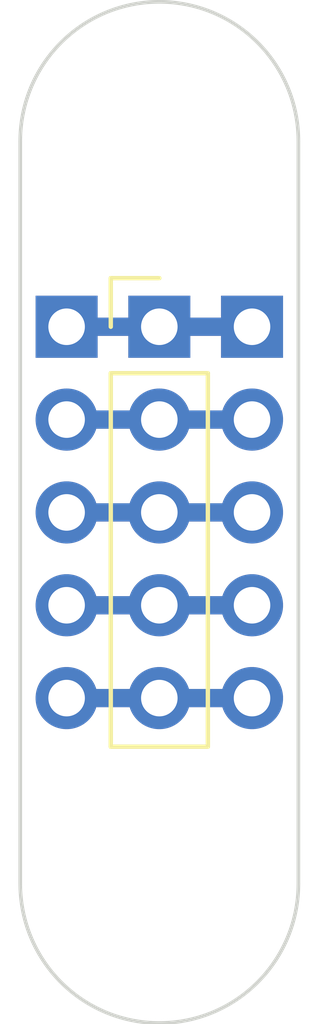
<source format=kicad_pcb>
(kicad_pcb (version 20221018) (generator pcbnew)
  (layers (0 "F.Cu" signal) (31 "B.Cu" signal) (34 "B.Paste" user) (35 "F.Paste" user) (36 "B.SilkS" user "B.Silkscreen") (37 "F.SilkS" user "F.Silkscreen") (38 "B.Mask" user) (39 "F.Mask" user) (44 "Edge.Cuts" user))
  (net 0 "")
  (net 1 "Net-(J1-Pin_1)")
  (net 2 "Net-(J1-Pin_2)")
  (net 3 "Net-(J1-Pin_3)")
  (net 4 "Net-(J1-Pin_4)")
  (net 5 "Net-(J1-Pin_5)")
  (footprint "Connector_PinHeader_2.54mm:PinHeader_1x05_P2.54mm_Vertical" (layer "F.Cu") (at 162.56 83.82)
    (fp_text reference "J2" hide)
    (fp_text value "Conn_01x05_Pin" hide)
    (fp_line (start -1.33 -1.33) (end 0 -1.33) (stroke (width 0.12)) (layer "F.SilkS"))
    (fp_line (start -1.33 0) (end -1.33 -1.33) (stroke (width 0.12)) (layer "F.SilkS"))
    (fp_line (start -1.33 1.27) (end -1.33 11.49) (stroke (width 0.12)) (layer "F.SilkS"))
    (fp_line (start -1.33 1.27) (end 1.33 1.27) (stroke (width 0.12)) (layer "F.SilkS"))
    (fp_line (start -1.33 11.49) (end 1.33 11.49) (stroke (width 0.12)) (layer "F.SilkS"))
    (fp_line (start 1.33 1.27) (end 1.33 11.49) (stroke (width 0.12)) (layer "F.SilkS"))
    (pad "1" thru_hole rect (at 0 0) (size 1.7 1.7) (drill 1) (layers "*.Cu" "*.Mask") (net 1 "Net-(J1-Pin_1)"))
    (pad "2" thru_hole oval (at 0 2.54) (size 1.7 1.7) (drill 1) (layers "*.Cu" "*.Mask") (net 2 "Net-(J1-Pin_2)"))
    (pad "3" thru_hole oval (at 0 5.08) (size 1.7 1.7) (drill 1) (layers "*.Cu" "*.Mask") (net 3 "Net-(J1-Pin_3)"))
    (pad "4" thru_hole oval (at 0 7.62) (size 1.7 1.7) (drill 1) (layers "*.Cu" "*.Mask") (net 4 "Net-(J1-Pin_4)"))
    (pad "5" thru_hole oval (at 0 10.16) (size 1.7 1.7) (drill 1) (layers "*.Cu" "*.Mask") (net 5 "Net-(J1-Pin_5)"))
  )
  (footprint "MountingHole:MountingHole_3.2mm_M3" (layer "F.Cu") (at 162.56 78.74)
    (fp_text reference "H1" hide)
    (fp_text value "MountingHole" hide)
    (pad "" np_thru_hole circle (at 0 0) (size 3.2 3.2) (drill 3.2) (layers "*.Cu" "*.Mask"))
  )
  (footprint "Connector_PinHeader_2.54mm:PinHeader_1x05_P2.54mm_Vertical" (layer "F.Cu") (at 160.02 83.82)
    (fp_text reference "J1" hide)
    (fp_text value "Conn_01x05_Pin" hide)
    (pad "1" thru_hole rect (at 0 0) (size 1.7 1.7) (drill 1) (layers "*.Cu" "*.Mask") (net 1 "Net-(J1-Pin_1)"))
    (pad "2" thru_hole oval (at 0 2.54) (size 1.7 1.7) (drill 1) (layers "*.Cu" "*.Mask") (net 2 "Net-(J1-Pin_2)"))
    (pad "3" thru_hole oval (at 0 5.08) (size 1.7 1.7) (drill 1) (layers "*.Cu" "*.Mask") (net 3 "Net-(J1-Pin_3)"))
    (pad "4" thru_hole oval (at 0 7.62) (size 1.7 1.7) (drill 1) (layers "*.Cu" "*.Mask") (net 4 "Net-(J1-Pin_4)"))
    (pad "5" thru_hole oval (at 0 10.16) (size 1.7 1.7) (drill 1) (layers "*.Cu" "*.Mask") (net 5 "Net-(J1-Pin_5)"))
  )
  (footprint "MountingHole:MountingHole_3.2mm_M3" (layer "F.Cu") (at 162.56 99.06)
    (fp_text reference "H2" hide)
    (fp_text value "MountingHole" hide)
    (pad "" np_thru_hole circle (at 0 0) (size 3.2 3.2) (drill 3.2) (layers "*.Cu" "*.Mask"))
  )
  (footprint "Connector_PinHeader_2.54mm:PinHeader_1x05_P2.54mm_Vertical" (layer "F.Cu") (at 165.1 83.82)
    (fp_text reference "J3" hide)
    (fp_text value "Conn_01x05_Pin" hide)
    (pad "1" thru_hole rect (at 0 0) (size 1.7 1.7) (drill 1) (layers "*.Cu" "*.Mask") (net 1 "Net-(J1-Pin_1)"))
    (pad "2" thru_hole oval (at 0 2.54) (size 1.7 1.7) (drill 1) (layers "*.Cu" "*.Mask") (net 2 "Net-(J1-Pin_2)"))
    (pad "3" thru_hole oval (at 0 5.08) (size 1.7 1.7) (drill 1) (layers "*.Cu" "*.Mask") (net 3 "Net-(J1-Pin_3)"))
    (pad "4" thru_hole oval (at 0 7.62) (size 1.7 1.7) (drill 1) (layers "*.Cu" "*.Mask") (net 4 "Net-(J1-Pin_4)"))
    (pad "5" thru_hole oval (at 0 10.16) (size 1.7 1.7) (drill 1) (layers "*.Cu" "*.Mask") (net 5 "Net-(J1-Pin_5)"))
  )
  (gr_arc (start 158.75 78.74) (mid 162.56 74.93) (end 166.37 78.74) (stroke (width 0.1)) (layer "Edge.Cuts"))
  (gr_arc (start 166.37 99.06) (mid 162.56 102.87) (end 158.75 99.06) (stroke (width 0.1)) (layer "Edge.Cuts"))
  (gr_line (start 158.75 99.06) (end 158.75 78.74) (stroke (width 0.1)) (layer "Edge.Cuts"))
  (gr_line (start 166.37 78.74) (end 166.37 99.06) (stroke (width 0.1)) (layer "Edge.Cuts"))
  (segment (start 160.02 83.82) (end 162.56 83.82) (width 0.5) (layer "F.Cu") (net 1))
  (segment (start 165.1 83.82) (end 162.56 83.82) (width 0.5) (layer "F.Cu") (net 1))
  (segment (start 160.02 83.82) (end 165.1 83.82) (width 0.5) (layer "B.Cu") (net 1))
  (segment (start 160.02 86.36) (end 162.56 86.36) (width 0.5) (layer "F.Cu") (net 2))
  (segment (start 165.1 86.36) (end 162.56 86.36) (width 0.5) (layer "F.Cu") (net 2))
  (segment (start 165.1 86.36) (end 160.02 86.36) (width 0.5) (layer "B.Cu") (net 2))
  (segment (start 160.02 88.9) (end 165.1 88.9) (width 0.5) (layer "F.Cu") (net 3))
  (segment (start 160.02 88.9) (end 162.56 88.9) (width 0.5) (layer "B.Cu") (net 3))
  (segment (start 162.56 88.9) (end 165.1 88.9) (width 0.5) (layer "B.Cu") (net 3))
  (segment (start 160.02 91.44) (end 165.1 91.44) (width 0.5) (layer "F.Cu") (net 4))
  (segment (start 165.1 91.44) (end 162.56 91.44) (width 0.5) (layer "B.Cu") (net 4))
  (segment (start 162.56 91.44) (end 160.02 91.44) (width 0.5) (layer "B.Cu") (net 4))
  (segment (start 160.02 93.98) (end 165.1 93.98) (width 0.5) (layer "F.Cu") (net 5))
  (segment (start 160.02 93.98) (end 165.1 93.98) (width 0.5) (layer "B.Cu") (net 5))
)
</source>
